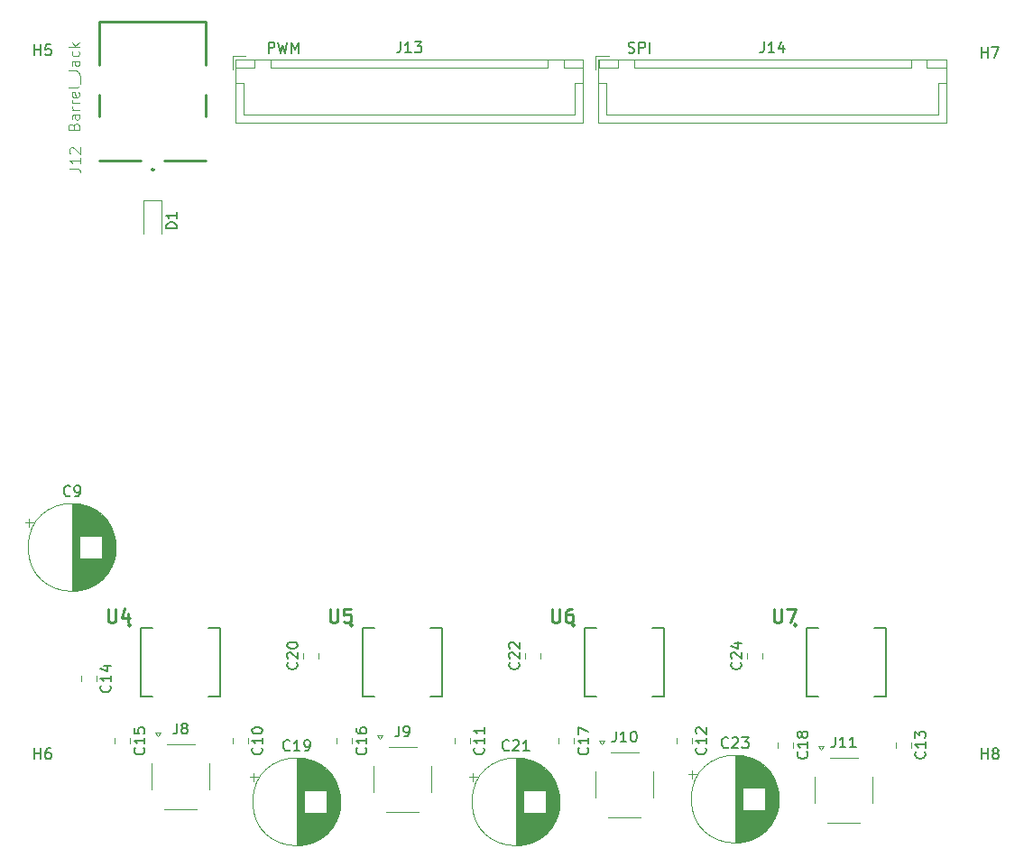
<source format=gto>
G04 #@! TF.GenerationSoftware,KiCad,Pcbnew,(5.1.5)-3*
G04 #@! TF.CreationDate,2020-03-16T21:32:30+01:00*
G04 #@! TF.ProjectId,motor,6d6f746f-722e-46b6-9963-61645f706362,rev?*
G04 #@! TF.SameCoordinates,Original*
G04 #@! TF.FileFunction,Legend,Top*
G04 #@! TF.FilePolarity,Positive*
%FSLAX46Y46*%
G04 Gerber Fmt 4.6, Leading zero omitted, Abs format (unit mm)*
G04 Created by KiCad (PCBNEW (5.1.5)-3) date 2020-03-16 21:32:30*
%MOMM*%
%LPD*%
G04 APERTURE LIST*
%ADD10C,0.150000*%
%ADD11C,0.254000*%
%ADD12C,0.120000*%
%ADD13C,0.250000*%
%ADD14C,0.200000*%
%ADD15C,0.050000*%
G04 APERTURE END LIST*
D10*
X122674190Y-38885761D02*
X122817047Y-38933380D01*
X123055142Y-38933380D01*
X123150380Y-38885761D01*
X123198000Y-38838142D01*
X123245619Y-38742904D01*
X123245619Y-38647666D01*
X123198000Y-38552428D01*
X123150380Y-38504809D01*
X123055142Y-38457190D01*
X122864666Y-38409571D01*
X122769428Y-38361952D01*
X122721809Y-38314333D01*
X122674190Y-38219095D01*
X122674190Y-38123857D01*
X122721809Y-38028619D01*
X122769428Y-37981000D01*
X122864666Y-37933380D01*
X123102761Y-37933380D01*
X123245619Y-37981000D01*
X123674190Y-38933380D02*
X123674190Y-37933380D01*
X124055142Y-37933380D01*
X124150380Y-37981000D01*
X124198000Y-38028619D01*
X124245619Y-38123857D01*
X124245619Y-38266714D01*
X124198000Y-38361952D01*
X124150380Y-38409571D01*
X124055142Y-38457190D01*
X123674190Y-38457190D01*
X124674190Y-38933380D02*
X124674190Y-37933380D01*
X88892238Y-38933380D02*
X88892238Y-37933380D01*
X89273190Y-37933380D01*
X89368428Y-37981000D01*
X89416047Y-38028619D01*
X89463666Y-38123857D01*
X89463666Y-38266714D01*
X89416047Y-38361952D01*
X89368428Y-38409571D01*
X89273190Y-38457190D01*
X88892238Y-38457190D01*
X89797000Y-37933380D02*
X90035095Y-38933380D01*
X90225571Y-38219095D01*
X90416047Y-38933380D01*
X90654142Y-37933380D01*
X91035095Y-38933380D02*
X91035095Y-37933380D01*
X91368428Y-38647666D01*
X91701761Y-37933380D01*
X91701761Y-38933380D01*
D11*
X78139000Y-49880500D02*
G75*
G03X78139000Y-49880500I-101000J0D01*
G01*
X72978000Y-42843500D02*
X72978000Y-44854500D01*
X82978000Y-42843500D02*
X82978000Y-44854500D01*
X72978000Y-49004500D02*
X76878000Y-49004500D01*
X82978000Y-49004500D02*
X79078000Y-49004500D01*
X72978000Y-36004500D02*
X72978000Y-40104500D01*
X82978000Y-36004500D02*
X82978000Y-40104500D01*
X72978000Y-36004500D02*
X82978000Y-36004500D01*
D12*
X74577000Y-85344000D02*
G75*
G03X74577000Y-85344000I-4120000J0D01*
G01*
X70457000Y-81264000D02*
X70457000Y-89424000D01*
X70497000Y-81264000D02*
X70497000Y-89424000D01*
X70537000Y-81264000D02*
X70537000Y-89424000D01*
X70577000Y-81265000D02*
X70577000Y-89423000D01*
X70617000Y-81267000D02*
X70617000Y-89421000D01*
X70657000Y-81268000D02*
X70657000Y-89420000D01*
X70697000Y-81270000D02*
X70697000Y-89418000D01*
X70737000Y-81273000D02*
X70737000Y-89415000D01*
X70777000Y-81276000D02*
X70777000Y-89412000D01*
X70817000Y-81279000D02*
X70817000Y-89409000D01*
X70857000Y-81283000D02*
X70857000Y-89405000D01*
X70897000Y-81287000D02*
X70897000Y-89401000D01*
X70937000Y-81292000D02*
X70937000Y-89396000D01*
X70977000Y-81296000D02*
X70977000Y-89392000D01*
X71017000Y-81302000D02*
X71017000Y-89386000D01*
X71057000Y-81307000D02*
X71057000Y-89381000D01*
X71097000Y-81314000D02*
X71097000Y-89374000D01*
X71137000Y-81320000D02*
X71137000Y-89368000D01*
X71178000Y-81327000D02*
X71178000Y-84304000D01*
X71178000Y-86384000D02*
X71178000Y-89361000D01*
X71218000Y-81334000D02*
X71218000Y-84304000D01*
X71218000Y-86384000D02*
X71218000Y-89354000D01*
X71258000Y-81342000D02*
X71258000Y-84304000D01*
X71258000Y-86384000D02*
X71258000Y-89346000D01*
X71298000Y-81350000D02*
X71298000Y-84304000D01*
X71298000Y-86384000D02*
X71298000Y-89338000D01*
X71338000Y-81359000D02*
X71338000Y-84304000D01*
X71338000Y-86384000D02*
X71338000Y-89329000D01*
X71378000Y-81368000D02*
X71378000Y-84304000D01*
X71378000Y-86384000D02*
X71378000Y-89320000D01*
X71418000Y-81377000D02*
X71418000Y-84304000D01*
X71418000Y-86384000D02*
X71418000Y-89311000D01*
X71458000Y-81387000D02*
X71458000Y-84304000D01*
X71458000Y-86384000D02*
X71458000Y-89301000D01*
X71498000Y-81397000D02*
X71498000Y-84304000D01*
X71498000Y-86384000D02*
X71498000Y-89291000D01*
X71538000Y-81408000D02*
X71538000Y-84304000D01*
X71538000Y-86384000D02*
X71538000Y-89280000D01*
X71578000Y-81419000D02*
X71578000Y-84304000D01*
X71578000Y-86384000D02*
X71578000Y-89269000D01*
X71618000Y-81430000D02*
X71618000Y-84304000D01*
X71618000Y-86384000D02*
X71618000Y-89258000D01*
X71658000Y-81442000D02*
X71658000Y-84304000D01*
X71658000Y-86384000D02*
X71658000Y-89246000D01*
X71698000Y-81455000D02*
X71698000Y-84304000D01*
X71698000Y-86384000D02*
X71698000Y-89233000D01*
X71738000Y-81467000D02*
X71738000Y-84304000D01*
X71738000Y-86384000D02*
X71738000Y-89221000D01*
X71778000Y-81481000D02*
X71778000Y-84304000D01*
X71778000Y-86384000D02*
X71778000Y-89207000D01*
X71818000Y-81494000D02*
X71818000Y-84304000D01*
X71818000Y-86384000D02*
X71818000Y-89194000D01*
X71858000Y-81509000D02*
X71858000Y-84304000D01*
X71858000Y-86384000D02*
X71858000Y-89179000D01*
X71898000Y-81523000D02*
X71898000Y-84304000D01*
X71898000Y-86384000D02*
X71898000Y-89165000D01*
X71938000Y-81539000D02*
X71938000Y-84304000D01*
X71938000Y-86384000D02*
X71938000Y-89149000D01*
X71978000Y-81554000D02*
X71978000Y-84304000D01*
X71978000Y-86384000D02*
X71978000Y-89134000D01*
X72018000Y-81570000D02*
X72018000Y-84304000D01*
X72018000Y-86384000D02*
X72018000Y-89118000D01*
X72058000Y-81587000D02*
X72058000Y-84304000D01*
X72058000Y-86384000D02*
X72058000Y-89101000D01*
X72098000Y-81604000D02*
X72098000Y-84304000D01*
X72098000Y-86384000D02*
X72098000Y-89084000D01*
X72138000Y-81622000D02*
X72138000Y-84304000D01*
X72138000Y-86384000D02*
X72138000Y-89066000D01*
X72178000Y-81640000D02*
X72178000Y-84304000D01*
X72178000Y-86384000D02*
X72178000Y-89048000D01*
X72218000Y-81658000D02*
X72218000Y-84304000D01*
X72218000Y-86384000D02*
X72218000Y-89030000D01*
X72258000Y-81678000D02*
X72258000Y-84304000D01*
X72258000Y-86384000D02*
X72258000Y-89010000D01*
X72298000Y-81697000D02*
X72298000Y-84304000D01*
X72298000Y-86384000D02*
X72298000Y-88991000D01*
X72338000Y-81717000D02*
X72338000Y-84304000D01*
X72338000Y-86384000D02*
X72338000Y-88971000D01*
X72378000Y-81738000D02*
X72378000Y-84304000D01*
X72378000Y-86384000D02*
X72378000Y-88950000D01*
X72418000Y-81760000D02*
X72418000Y-84304000D01*
X72418000Y-86384000D02*
X72418000Y-88928000D01*
X72458000Y-81782000D02*
X72458000Y-84304000D01*
X72458000Y-86384000D02*
X72458000Y-88906000D01*
X72498000Y-81804000D02*
X72498000Y-84304000D01*
X72498000Y-86384000D02*
X72498000Y-88884000D01*
X72538000Y-81827000D02*
X72538000Y-84304000D01*
X72538000Y-86384000D02*
X72538000Y-88861000D01*
X72578000Y-81851000D02*
X72578000Y-84304000D01*
X72578000Y-86384000D02*
X72578000Y-88837000D01*
X72618000Y-81875000D02*
X72618000Y-84304000D01*
X72618000Y-86384000D02*
X72618000Y-88813000D01*
X72658000Y-81900000D02*
X72658000Y-84304000D01*
X72658000Y-86384000D02*
X72658000Y-88788000D01*
X72698000Y-81926000D02*
X72698000Y-84304000D01*
X72698000Y-86384000D02*
X72698000Y-88762000D01*
X72738000Y-81952000D02*
X72738000Y-84304000D01*
X72738000Y-86384000D02*
X72738000Y-88736000D01*
X72778000Y-81979000D02*
X72778000Y-84304000D01*
X72778000Y-86384000D02*
X72778000Y-88709000D01*
X72818000Y-82006000D02*
X72818000Y-84304000D01*
X72818000Y-86384000D02*
X72818000Y-88682000D01*
X72858000Y-82035000D02*
X72858000Y-84304000D01*
X72858000Y-86384000D02*
X72858000Y-88653000D01*
X72898000Y-82064000D02*
X72898000Y-84304000D01*
X72898000Y-86384000D02*
X72898000Y-88624000D01*
X72938000Y-82094000D02*
X72938000Y-84304000D01*
X72938000Y-86384000D02*
X72938000Y-88594000D01*
X72978000Y-82124000D02*
X72978000Y-84304000D01*
X72978000Y-86384000D02*
X72978000Y-88564000D01*
X73018000Y-82155000D02*
X73018000Y-84304000D01*
X73018000Y-86384000D02*
X73018000Y-88533000D01*
X73058000Y-82188000D02*
X73058000Y-84304000D01*
X73058000Y-86384000D02*
X73058000Y-88500000D01*
X73098000Y-82220000D02*
X73098000Y-84304000D01*
X73098000Y-86384000D02*
X73098000Y-88468000D01*
X73138000Y-82254000D02*
X73138000Y-84304000D01*
X73138000Y-86384000D02*
X73138000Y-88434000D01*
X73178000Y-82289000D02*
X73178000Y-84304000D01*
X73178000Y-86384000D02*
X73178000Y-88399000D01*
X73218000Y-82325000D02*
X73218000Y-84304000D01*
X73218000Y-86384000D02*
X73218000Y-88363000D01*
X73258000Y-82361000D02*
X73258000Y-88327000D01*
X73298000Y-82399000D02*
X73298000Y-88289000D01*
X73338000Y-82437000D02*
X73338000Y-88251000D01*
X73378000Y-82477000D02*
X73378000Y-88211000D01*
X73418000Y-82518000D02*
X73418000Y-88170000D01*
X73458000Y-82560000D02*
X73458000Y-88128000D01*
X73498000Y-82603000D02*
X73498000Y-88085000D01*
X73538000Y-82647000D02*
X73538000Y-88041000D01*
X73578000Y-82693000D02*
X73578000Y-87995000D01*
X73618000Y-82740000D02*
X73618000Y-87948000D01*
X73658000Y-82788000D02*
X73658000Y-87900000D01*
X73698000Y-82839000D02*
X73698000Y-87849000D01*
X73738000Y-82890000D02*
X73738000Y-87798000D01*
X73778000Y-82944000D02*
X73778000Y-87744000D01*
X73818000Y-82999000D02*
X73818000Y-87689000D01*
X73858000Y-83057000D02*
X73858000Y-87631000D01*
X73898000Y-83116000D02*
X73898000Y-87572000D01*
X73938000Y-83178000D02*
X73938000Y-87510000D01*
X73978000Y-83242000D02*
X73978000Y-87446000D01*
X74018000Y-83310000D02*
X74018000Y-87378000D01*
X74058000Y-83380000D02*
X74058000Y-87308000D01*
X74098000Y-83454000D02*
X74098000Y-87234000D01*
X74138000Y-83531000D02*
X74138000Y-87157000D01*
X74178000Y-83613000D02*
X74178000Y-87075000D01*
X74218000Y-83699000D02*
X74218000Y-86989000D01*
X74258000Y-83792000D02*
X74258000Y-86896000D01*
X74298000Y-83891000D02*
X74298000Y-86797000D01*
X74338000Y-83998000D02*
X74338000Y-86690000D01*
X74378000Y-84115000D02*
X74378000Y-86573000D01*
X74418000Y-84246000D02*
X74418000Y-86442000D01*
X74458000Y-84396000D02*
X74458000Y-86292000D01*
X74498000Y-84576000D02*
X74498000Y-86112000D01*
X74538000Y-84811000D02*
X74538000Y-85877000D01*
X66047302Y-83029000D02*
X66847302Y-83029000D01*
X66447302Y-82629000D02*
X66447302Y-83429000D01*
X85523000Y-103252748D02*
X85523000Y-103775252D01*
X86943000Y-103252748D02*
X86943000Y-103775252D01*
X106351000Y-103252748D02*
X106351000Y-103775252D01*
X107771000Y-103252748D02*
X107771000Y-103775252D01*
X127179000Y-103243748D02*
X127179000Y-103766252D01*
X128599000Y-103243748D02*
X128599000Y-103766252D01*
X149173000Y-103624748D02*
X149173000Y-104147252D01*
X147753000Y-103624748D02*
X147753000Y-104147252D01*
X72719000Y-97401748D02*
X72719000Y-97924252D01*
X71299000Y-97401748D02*
X71299000Y-97924252D01*
X75894000Y-103243748D02*
X75894000Y-103766252D01*
X74474000Y-103243748D02*
X74474000Y-103766252D01*
X96722000Y-103243748D02*
X96722000Y-103766252D01*
X95302000Y-103243748D02*
X95302000Y-103766252D01*
X117550000Y-103243748D02*
X117550000Y-103766252D01*
X116130000Y-103243748D02*
X116130000Y-103766252D01*
X138124000Y-103624748D02*
X138124000Y-104147252D01*
X136704000Y-103624748D02*
X136704000Y-104147252D01*
X87529302Y-106505000D02*
X87529302Y-107305000D01*
X87129302Y-106905000D02*
X87929302Y-106905000D01*
X95620000Y-108687000D02*
X95620000Y-109753000D01*
X95580000Y-108452000D02*
X95580000Y-109988000D01*
X95540000Y-108272000D02*
X95540000Y-110168000D01*
X95500000Y-108122000D02*
X95500000Y-110318000D01*
X95460000Y-107991000D02*
X95460000Y-110449000D01*
X95420000Y-107874000D02*
X95420000Y-110566000D01*
X95380000Y-107767000D02*
X95380000Y-110673000D01*
X95340000Y-107668000D02*
X95340000Y-110772000D01*
X95300000Y-107575000D02*
X95300000Y-110865000D01*
X95260000Y-107489000D02*
X95260000Y-110951000D01*
X95220000Y-107407000D02*
X95220000Y-111033000D01*
X95180000Y-107330000D02*
X95180000Y-111110000D01*
X95140000Y-107256000D02*
X95140000Y-111184000D01*
X95100000Y-107186000D02*
X95100000Y-111254000D01*
X95060000Y-107118000D02*
X95060000Y-111322000D01*
X95020000Y-107054000D02*
X95020000Y-111386000D01*
X94980000Y-106992000D02*
X94980000Y-111448000D01*
X94940000Y-106933000D02*
X94940000Y-111507000D01*
X94900000Y-106875000D02*
X94900000Y-111565000D01*
X94860000Y-106820000D02*
X94860000Y-111620000D01*
X94820000Y-106766000D02*
X94820000Y-111674000D01*
X94780000Y-106715000D02*
X94780000Y-111725000D01*
X94740000Y-106664000D02*
X94740000Y-111776000D01*
X94700000Y-106616000D02*
X94700000Y-111824000D01*
X94660000Y-106569000D02*
X94660000Y-111871000D01*
X94620000Y-106523000D02*
X94620000Y-111917000D01*
X94580000Y-106479000D02*
X94580000Y-111961000D01*
X94540000Y-106436000D02*
X94540000Y-112004000D01*
X94500000Y-106394000D02*
X94500000Y-112046000D01*
X94460000Y-106353000D02*
X94460000Y-112087000D01*
X94420000Y-106313000D02*
X94420000Y-112127000D01*
X94380000Y-106275000D02*
X94380000Y-112165000D01*
X94340000Y-106237000D02*
X94340000Y-112203000D01*
X94300000Y-110260000D02*
X94300000Y-112239000D01*
X94300000Y-106201000D02*
X94300000Y-108180000D01*
X94260000Y-110260000D02*
X94260000Y-112275000D01*
X94260000Y-106165000D02*
X94260000Y-108180000D01*
X94220000Y-110260000D02*
X94220000Y-112310000D01*
X94220000Y-106130000D02*
X94220000Y-108180000D01*
X94180000Y-110260000D02*
X94180000Y-112344000D01*
X94180000Y-106096000D02*
X94180000Y-108180000D01*
X94140000Y-110260000D02*
X94140000Y-112376000D01*
X94140000Y-106064000D02*
X94140000Y-108180000D01*
X94100000Y-110260000D02*
X94100000Y-112409000D01*
X94100000Y-106031000D02*
X94100000Y-108180000D01*
X94060000Y-110260000D02*
X94060000Y-112440000D01*
X94060000Y-106000000D02*
X94060000Y-108180000D01*
X94020000Y-110260000D02*
X94020000Y-112470000D01*
X94020000Y-105970000D02*
X94020000Y-108180000D01*
X93980000Y-110260000D02*
X93980000Y-112500000D01*
X93980000Y-105940000D02*
X93980000Y-108180000D01*
X93940000Y-110260000D02*
X93940000Y-112529000D01*
X93940000Y-105911000D02*
X93940000Y-108180000D01*
X93900000Y-110260000D02*
X93900000Y-112558000D01*
X93900000Y-105882000D02*
X93900000Y-108180000D01*
X93860000Y-110260000D02*
X93860000Y-112585000D01*
X93860000Y-105855000D02*
X93860000Y-108180000D01*
X93820000Y-110260000D02*
X93820000Y-112612000D01*
X93820000Y-105828000D02*
X93820000Y-108180000D01*
X93780000Y-110260000D02*
X93780000Y-112638000D01*
X93780000Y-105802000D02*
X93780000Y-108180000D01*
X93740000Y-110260000D02*
X93740000Y-112664000D01*
X93740000Y-105776000D02*
X93740000Y-108180000D01*
X93700000Y-110260000D02*
X93700000Y-112689000D01*
X93700000Y-105751000D02*
X93700000Y-108180000D01*
X93660000Y-110260000D02*
X93660000Y-112713000D01*
X93660000Y-105727000D02*
X93660000Y-108180000D01*
X93620000Y-110260000D02*
X93620000Y-112737000D01*
X93620000Y-105703000D02*
X93620000Y-108180000D01*
X93580000Y-110260000D02*
X93580000Y-112760000D01*
X93580000Y-105680000D02*
X93580000Y-108180000D01*
X93540000Y-110260000D02*
X93540000Y-112782000D01*
X93540000Y-105658000D02*
X93540000Y-108180000D01*
X93500000Y-110260000D02*
X93500000Y-112804000D01*
X93500000Y-105636000D02*
X93500000Y-108180000D01*
X93460000Y-110260000D02*
X93460000Y-112826000D01*
X93460000Y-105614000D02*
X93460000Y-108180000D01*
X93420000Y-110260000D02*
X93420000Y-112847000D01*
X93420000Y-105593000D02*
X93420000Y-108180000D01*
X93380000Y-110260000D02*
X93380000Y-112867000D01*
X93380000Y-105573000D02*
X93380000Y-108180000D01*
X93340000Y-110260000D02*
X93340000Y-112886000D01*
X93340000Y-105554000D02*
X93340000Y-108180000D01*
X93300000Y-110260000D02*
X93300000Y-112906000D01*
X93300000Y-105534000D02*
X93300000Y-108180000D01*
X93260000Y-110260000D02*
X93260000Y-112924000D01*
X93260000Y-105516000D02*
X93260000Y-108180000D01*
X93220000Y-110260000D02*
X93220000Y-112942000D01*
X93220000Y-105498000D02*
X93220000Y-108180000D01*
X93180000Y-110260000D02*
X93180000Y-112960000D01*
X93180000Y-105480000D02*
X93180000Y-108180000D01*
X93140000Y-110260000D02*
X93140000Y-112977000D01*
X93140000Y-105463000D02*
X93140000Y-108180000D01*
X93100000Y-110260000D02*
X93100000Y-112994000D01*
X93100000Y-105446000D02*
X93100000Y-108180000D01*
X93060000Y-110260000D02*
X93060000Y-113010000D01*
X93060000Y-105430000D02*
X93060000Y-108180000D01*
X93020000Y-110260000D02*
X93020000Y-113025000D01*
X93020000Y-105415000D02*
X93020000Y-108180000D01*
X92980000Y-110260000D02*
X92980000Y-113041000D01*
X92980000Y-105399000D02*
X92980000Y-108180000D01*
X92940000Y-110260000D02*
X92940000Y-113055000D01*
X92940000Y-105385000D02*
X92940000Y-108180000D01*
X92900000Y-110260000D02*
X92900000Y-113070000D01*
X92900000Y-105370000D02*
X92900000Y-108180000D01*
X92860000Y-110260000D02*
X92860000Y-113083000D01*
X92860000Y-105357000D02*
X92860000Y-108180000D01*
X92820000Y-110260000D02*
X92820000Y-113097000D01*
X92820000Y-105343000D02*
X92820000Y-108180000D01*
X92780000Y-110260000D02*
X92780000Y-113109000D01*
X92780000Y-105331000D02*
X92780000Y-108180000D01*
X92740000Y-110260000D02*
X92740000Y-113122000D01*
X92740000Y-105318000D02*
X92740000Y-108180000D01*
X92700000Y-110260000D02*
X92700000Y-113134000D01*
X92700000Y-105306000D02*
X92700000Y-108180000D01*
X92660000Y-110260000D02*
X92660000Y-113145000D01*
X92660000Y-105295000D02*
X92660000Y-108180000D01*
X92620000Y-110260000D02*
X92620000Y-113156000D01*
X92620000Y-105284000D02*
X92620000Y-108180000D01*
X92580000Y-110260000D02*
X92580000Y-113167000D01*
X92580000Y-105273000D02*
X92580000Y-108180000D01*
X92540000Y-110260000D02*
X92540000Y-113177000D01*
X92540000Y-105263000D02*
X92540000Y-108180000D01*
X92500000Y-110260000D02*
X92500000Y-113187000D01*
X92500000Y-105253000D02*
X92500000Y-108180000D01*
X92460000Y-110260000D02*
X92460000Y-113196000D01*
X92460000Y-105244000D02*
X92460000Y-108180000D01*
X92420000Y-110260000D02*
X92420000Y-113205000D01*
X92420000Y-105235000D02*
X92420000Y-108180000D01*
X92380000Y-110260000D02*
X92380000Y-113214000D01*
X92380000Y-105226000D02*
X92380000Y-108180000D01*
X92340000Y-110260000D02*
X92340000Y-113222000D01*
X92340000Y-105218000D02*
X92340000Y-108180000D01*
X92300000Y-110260000D02*
X92300000Y-113230000D01*
X92300000Y-105210000D02*
X92300000Y-108180000D01*
X92260000Y-110260000D02*
X92260000Y-113237000D01*
X92260000Y-105203000D02*
X92260000Y-108180000D01*
X92219000Y-105196000D02*
X92219000Y-113244000D01*
X92179000Y-105190000D02*
X92179000Y-113250000D01*
X92139000Y-105183000D02*
X92139000Y-113257000D01*
X92099000Y-105178000D02*
X92099000Y-113262000D01*
X92059000Y-105172000D02*
X92059000Y-113268000D01*
X92019000Y-105168000D02*
X92019000Y-113272000D01*
X91979000Y-105163000D02*
X91979000Y-113277000D01*
X91939000Y-105159000D02*
X91939000Y-113281000D01*
X91899000Y-105155000D02*
X91899000Y-113285000D01*
X91859000Y-105152000D02*
X91859000Y-113288000D01*
X91819000Y-105149000D02*
X91819000Y-113291000D01*
X91779000Y-105146000D02*
X91779000Y-113294000D01*
X91739000Y-105144000D02*
X91739000Y-113296000D01*
X91699000Y-105143000D02*
X91699000Y-113297000D01*
X91659000Y-105141000D02*
X91659000Y-113299000D01*
X91619000Y-105140000D02*
X91619000Y-113300000D01*
X91579000Y-105140000D02*
X91579000Y-113300000D01*
X91539000Y-105140000D02*
X91539000Y-113300000D01*
X95659000Y-109220000D02*
G75*
G03X95659000Y-109220000I-4120000J0D01*
G01*
X93547000Y-95765252D02*
X93547000Y-95242748D01*
X92127000Y-95765252D02*
X92127000Y-95242748D01*
X116233000Y-109220000D02*
G75*
G03X116233000Y-109220000I-4120000J0D01*
G01*
X112113000Y-105140000D02*
X112113000Y-113300000D01*
X112153000Y-105140000D02*
X112153000Y-113300000D01*
X112193000Y-105140000D02*
X112193000Y-113300000D01*
X112233000Y-105141000D02*
X112233000Y-113299000D01*
X112273000Y-105143000D02*
X112273000Y-113297000D01*
X112313000Y-105144000D02*
X112313000Y-113296000D01*
X112353000Y-105146000D02*
X112353000Y-113294000D01*
X112393000Y-105149000D02*
X112393000Y-113291000D01*
X112433000Y-105152000D02*
X112433000Y-113288000D01*
X112473000Y-105155000D02*
X112473000Y-113285000D01*
X112513000Y-105159000D02*
X112513000Y-113281000D01*
X112553000Y-105163000D02*
X112553000Y-113277000D01*
X112593000Y-105168000D02*
X112593000Y-113272000D01*
X112633000Y-105172000D02*
X112633000Y-113268000D01*
X112673000Y-105178000D02*
X112673000Y-113262000D01*
X112713000Y-105183000D02*
X112713000Y-113257000D01*
X112753000Y-105190000D02*
X112753000Y-113250000D01*
X112793000Y-105196000D02*
X112793000Y-113244000D01*
X112834000Y-105203000D02*
X112834000Y-108180000D01*
X112834000Y-110260000D02*
X112834000Y-113237000D01*
X112874000Y-105210000D02*
X112874000Y-108180000D01*
X112874000Y-110260000D02*
X112874000Y-113230000D01*
X112914000Y-105218000D02*
X112914000Y-108180000D01*
X112914000Y-110260000D02*
X112914000Y-113222000D01*
X112954000Y-105226000D02*
X112954000Y-108180000D01*
X112954000Y-110260000D02*
X112954000Y-113214000D01*
X112994000Y-105235000D02*
X112994000Y-108180000D01*
X112994000Y-110260000D02*
X112994000Y-113205000D01*
X113034000Y-105244000D02*
X113034000Y-108180000D01*
X113034000Y-110260000D02*
X113034000Y-113196000D01*
X113074000Y-105253000D02*
X113074000Y-108180000D01*
X113074000Y-110260000D02*
X113074000Y-113187000D01*
X113114000Y-105263000D02*
X113114000Y-108180000D01*
X113114000Y-110260000D02*
X113114000Y-113177000D01*
X113154000Y-105273000D02*
X113154000Y-108180000D01*
X113154000Y-110260000D02*
X113154000Y-113167000D01*
X113194000Y-105284000D02*
X113194000Y-108180000D01*
X113194000Y-110260000D02*
X113194000Y-113156000D01*
X113234000Y-105295000D02*
X113234000Y-108180000D01*
X113234000Y-110260000D02*
X113234000Y-113145000D01*
X113274000Y-105306000D02*
X113274000Y-108180000D01*
X113274000Y-110260000D02*
X113274000Y-113134000D01*
X113314000Y-105318000D02*
X113314000Y-108180000D01*
X113314000Y-110260000D02*
X113314000Y-113122000D01*
X113354000Y-105331000D02*
X113354000Y-108180000D01*
X113354000Y-110260000D02*
X113354000Y-113109000D01*
X113394000Y-105343000D02*
X113394000Y-108180000D01*
X113394000Y-110260000D02*
X113394000Y-113097000D01*
X113434000Y-105357000D02*
X113434000Y-108180000D01*
X113434000Y-110260000D02*
X113434000Y-113083000D01*
X113474000Y-105370000D02*
X113474000Y-108180000D01*
X113474000Y-110260000D02*
X113474000Y-113070000D01*
X113514000Y-105385000D02*
X113514000Y-108180000D01*
X113514000Y-110260000D02*
X113514000Y-113055000D01*
X113554000Y-105399000D02*
X113554000Y-108180000D01*
X113554000Y-110260000D02*
X113554000Y-113041000D01*
X113594000Y-105415000D02*
X113594000Y-108180000D01*
X113594000Y-110260000D02*
X113594000Y-113025000D01*
X113634000Y-105430000D02*
X113634000Y-108180000D01*
X113634000Y-110260000D02*
X113634000Y-113010000D01*
X113674000Y-105446000D02*
X113674000Y-108180000D01*
X113674000Y-110260000D02*
X113674000Y-112994000D01*
X113714000Y-105463000D02*
X113714000Y-108180000D01*
X113714000Y-110260000D02*
X113714000Y-112977000D01*
X113754000Y-105480000D02*
X113754000Y-108180000D01*
X113754000Y-110260000D02*
X113754000Y-112960000D01*
X113794000Y-105498000D02*
X113794000Y-108180000D01*
X113794000Y-110260000D02*
X113794000Y-112942000D01*
X113834000Y-105516000D02*
X113834000Y-108180000D01*
X113834000Y-110260000D02*
X113834000Y-112924000D01*
X113874000Y-105534000D02*
X113874000Y-108180000D01*
X113874000Y-110260000D02*
X113874000Y-112906000D01*
X113914000Y-105554000D02*
X113914000Y-108180000D01*
X113914000Y-110260000D02*
X113914000Y-112886000D01*
X113954000Y-105573000D02*
X113954000Y-108180000D01*
X113954000Y-110260000D02*
X113954000Y-112867000D01*
X113994000Y-105593000D02*
X113994000Y-108180000D01*
X113994000Y-110260000D02*
X113994000Y-112847000D01*
X114034000Y-105614000D02*
X114034000Y-108180000D01*
X114034000Y-110260000D02*
X114034000Y-112826000D01*
X114074000Y-105636000D02*
X114074000Y-108180000D01*
X114074000Y-110260000D02*
X114074000Y-112804000D01*
X114114000Y-105658000D02*
X114114000Y-108180000D01*
X114114000Y-110260000D02*
X114114000Y-112782000D01*
X114154000Y-105680000D02*
X114154000Y-108180000D01*
X114154000Y-110260000D02*
X114154000Y-112760000D01*
X114194000Y-105703000D02*
X114194000Y-108180000D01*
X114194000Y-110260000D02*
X114194000Y-112737000D01*
X114234000Y-105727000D02*
X114234000Y-108180000D01*
X114234000Y-110260000D02*
X114234000Y-112713000D01*
X114274000Y-105751000D02*
X114274000Y-108180000D01*
X114274000Y-110260000D02*
X114274000Y-112689000D01*
X114314000Y-105776000D02*
X114314000Y-108180000D01*
X114314000Y-110260000D02*
X114314000Y-112664000D01*
X114354000Y-105802000D02*
X114354000Y-108180000D01*
X114354000Y-110260000D02*
X114354000Y-112638000D01*
X114394000Y-105828000D02*
X114394000Y-108180000D01*
X114394000Y-110260000D02*
X114394000Y-112612000D01*
X114434000Y-105855000D02*
X114434000Y-108180000D01*
X114434000Y-110260000D02*
X114434000Y-112585000D01*
X114474000Y-105882000D02*
X114474000Y-108180000D01*
X114474000Y-110260000D02*
X114474000Y-112558000D01*
X114514000Y-105911000D02*
X114514000Y-108180000D01*
X114514000Y-110260000D02*
X114514000Y-112529000D01*
X114554000Y-105940000D02*
X114554000Y-108180000D01*
X114554000Y-110260000D02*
X114554000Y-112500000D01*
X114594000Y-105970000D02*
X114594000Y-108180000D01*
X114594000Y-110260000D02*
X114594000Y-112470000D01*
X114634000Y-106000000D02*
X114634000Y-108180000D01*
X114634000Y-110260000D02*
X114634000Y-112440000D01*
X114674000Y-106031000D02*
X114674000Y-108180000D01*
X114674000Y-110260000D02*
X114674000Y-112409000D01*
X114714000Y-106064000D02*
X114714000Y-108180000D01*
X114714000Y-110260000D02*
X114714000Y-112376000D01*
X114754000Y-106096000D02*
X114754000Y-108180000D01*
X114754000Y-110260000D02*
X114754000Y-112344000D01*
X114794000Y-106130000D02*
X114794000Y-108180000D01*
X114794000Y-110260000D02*
X114794000Y-112310000D01*
X114834000Y-106165000D02*
X114834000Y-108180000D01*
X114834000Y-110260000D02*
X114834000Y-112275000D01*
X114874000Y-106201000D02*
X114874000Y-108180000D01*
X114874000Y-110260000D02*
X114874000Y-112239000D01*
X114914000Y-106237000D02*
X114914000Y-112203000D01*
X114954000Y-106275000D02*
X114954000Y-112165000D01*
X114994000Y-106313000D02*
X114994000Y-112127000D01*
X115034000Y-106353000D02*
X115034000Y-112087000D01*
X115074000Y-106394000D02*
X115074000Y-112046000D01*
X115114000Y-106436000D02*
X115114000Y-112004000D01*
X115154000Y-106479000D02*
X115154000Y-111961000D01*
X115194000Y-106523000D02*
X115194000Y-111917000D01*
X115234000Y-106569000D02*
X115234000Y-111871000D01*
X115274000Y-106616000D02*
X115274000Y-111824000D01*
X115314000Y-106664000D02*
X115314000Y-111776000D01*
X115354000Y-106715000D02*
X115354000Y-111725000D01*
X115394000Y-106766000D02*
X115394000Y-111674000D01*
X115434000Y-106820000D02*
X115434000Y-111620000D01*
X115474000Y-106875000D02*
X115474000Y-111565000D01*
X115514000Y-106933000D02*
X115514000Y-111507000D01*
X115554000Y-106992000D02*
X115554000Y-111448000D01*
X115594000Y-107054000D02*
X115594000Y-111386000D01*
X115634000Y-107118000D02*
X115634000Y-111322000D01*
X115674000Y-107186000D02*
X115674000Y-111254000D01*
X115714000Y-107256000D02*
X115714000Y-111184000D01*
X115754000Y-107330000D02*
X115754000Y-111110000D01*
X115794000Y-107407000D02*
X115794000Y-111033000D01*
X115834000Y-107489000D02*
X115834000Y-110951000D01*
X115874000Y-107575000D02*
X115874000Y-110865000D01*
X115914000Y-107668000D02*
X115914000Y-110772000D01*
X115954000Y-107767000D02*
X115954000Y-110673000D01*
X115994000Y-107874000D02*
X115994000Y-110566000D01*
X116034000Y-107991000D02*
X116034000Y-110449000D01*
X116074000Y-108122000D02*
X116074000Y-110318000D01*
X116114000Y-108272000D02*
X116114000Y-110168000D01*
X116154000Y-108452000D02*
X116154000Y-109988000D01*
X116194000Y-108687000D02*
X116194000Y-109753000D01*
X107703302Y-106905000D02*
X108503302Y-106905000D01*
X108103302Y-106505000D02*
X108103302Y-107305000D01*
X112955000Y-95765252D02*
X112955000Y-95242748D01*
X114375000Y-95765252D02*
X114375000Y-95242748D01*
X128677302Y-106251000D02*
X128677302Y-107051000D01*
X128277302Y-106651000D02*
X129077302Y-106651000D01*
X136768000Y-108433000D02*
X136768000Y-109499000D01*
X136728000Y-108198000D02*
X136728000Y-109734000D01*
X136688000Y-108018000D02*
X136688000Y-109914000D01*
X136648000Y-107868000D02*
X136648000Y-110064000D01*
X136608000Y-107737000D02*
X136608000Y-110195000D01*
X136568000Y-107620000D02*
X136568000Y-110312000D01*
X136528000Y-107513000D02*
X136528000Y-110419000D01*
X136488000Y-107414000D02*
X136488000Y-110518000D01*
X136448000Y-107321000D02*
X136448000Y-110611000D01*
X136408000Y-107235000D02*
X136408000Y-110697000D01*
X136368000Y-107153000D02*
X136368000Y-110779000D01*
X136328000Y-107076000D02*
X136328000Y-110856000D01*
X136288000Y-107002000D02*
X136288000Y-110930000D01*
X136248000Y-106932000D02*
X136248000Y-111000000D01*
X136208000Y-106864000D02*
X136208000Y-111068000D01*
X136168000Y-106800000D02*
X136168000Y-111132000D01*
X136128000Y-106738000D02*
X136128000Y-111194000D01*
X136088000Y-106679000D02*
X136088000Y-111253000D01*
X136048000Y-106621000D02*
X136048000Y-111311000D01*
X136008000Y-106566000D02*
X136008000Y-111366000D01*
X135968000Y-106512000D02*
X135968000Y-111420000D01*
X135928000Y-106461000D02*
X135928000Y-111471000D01*
X135888000Y-106410000D02*
X135888000Y-111522000D01*
X135848000Y-106362000D02*
X135848000Y-111570000D01*
X135808000Y-106315000D02*
X135808000Y-111617000D01*
X135768000Y-106269000D02*
X135768000Y-111663000D01*
X135728000Y-106225000D02*
X135728000Y-111707000D01*
X135688000Y-106182000D02*
X135688000Y-111750000D01*
X135648000Y-106140000D02*
X135648000Y-111792000D01*
X135608000Y-106099000D02*
X135608000Y-111833000D01*
X135568000Y-106059000D02*
X135568000Y-111873000D01*
X135528000Y-106021000D02*
X135528000Y-111911000D01*
X135488000Y-105983000D02*
X135488000Y-111949000D01*
X135448000Y-110006000D02*
X135448000Y-111985000D01*
X135448000Y-105947000D02*
X135448000Y-107926000D01*
X135408000Y-110006000D02*
X135408000Y-112021000D01*
X135408000Y-105911000D02*
X135408000Y-107926000D01*
X135368000Y-110006000D02*
X135368000Y-112056000D01*
X135368000Y-105876000D02*
X135368000Y-107926000D01*
X135328000Y-110006000D02*
X135328000Y-112090000D01*
X135328000Y-105842000D02*
X135328000Y-107926000D01*
X135288000Y-110006000D02*
X135288000Y-112122000D01*
X135288000Y-105810000D02*
X135288000Y-107926000D01*
X135248000Y-110006000D02*
X135248000Y-112155000D01*
X135248000Y-105777000D02*
X135248000Y-107926000D01*
X135208000Y-110006000D02*
X135208000Y-112186000D01*
X135208000Y-105746000D02*
X135208000Y-107926000D01*
X135168000Y-110006000D02*
X135168000Y-112216000D01*
X135168000Y-105716000D02*
X135168000Y-107926000D01*
X135128000Y-110006000D02*
X135128000Y-112246000D01*
X135128000Y-105686000D02*
X135128000Y-107926000D01*
X135088000Y-110006000D02*
X135088000Y-112275000D01*
X135088000Y-105657000D02*
X135088000Y-107926000D01*
X135048000Y-110006000D02*
X135048000Y-112304000D01*
X135048000Y-105628000D02*
X135048000Y-107926000D01*
X135008000Y-110006000D02*
X135008000Y-112331000D01*
X135008000Y-105601000D02*
X135008000Y-107926000D01*
X134968000Y-110006000D02*
X134968000Y-112358000D01*
X134968000Y-105574000D02*
X134968000Y-107926000D01*
X134928000Y-110006000D02*
X134928000Y-112384000D01*
X134928000Y-105548000D02*
X134928000Y-107926000D01*
X134888000Y-110006000D02*
X134888000Y-112410000D01*
X134888000Y-105522000D02*
X134888000Y-107926000D01*
X134848000Y-110006000D02*
X134848000Y-112435000D01*
X134848000Y-105497000D02*
X134848000Y-107926000D01*
X134808000Y-110006000D02*
X134808000Y-112459000D01*
X134808000Y-105473000D02*
X134808000Y-107926000D01*
X134768000Y-110006000D02*
X134768000Y-112483000D01*
X134768000Y-105449000D02*
X134768000Y-107926000D01*
X134728000Y-110006000D02*
X134728000Y-112506000D01*
X134728000Y-105426000D02*
X134728000Y-107926000D01*
X134688000Y-110006000D02*
X134688000Y-112528000D01*
X134688000Y-105404000D02*
X134688000Y-107926000D01*
X134648000Y-110006000D02*
X134648000Y-112550000D01*
X134648000Y-105382000D02*
X134648000Y-107926000D01*
X134608000Y-110006000D02*
X134608000Y-112572000D01*
X134608000Y-105360000D02*
X134608000Y-107926000D01*
X134568000Y-110006000D02*
X134568000Y-112593000D01*
X134568000Y-105339000D02*
X134568000Y-107926000D01*
X134528000Y-110006000D02*
X134528000Y-112613000D01*
X134528000Y-105319000D02*
X134528000Y-107926000D01*
X134488000Y-110006000D02*
X134488000Y-112632000D01*
X134488000Y-105300000D02*
X134488000Y-107926000D01*
X134448000Y-110006000D02*
X134448000Y-112652000D01*
X134448000Y-105280000D02*
X134448000Y-107926000D01*
X134408000Y-110006000D02*
X134408000Y-112670000D01*
X134408000Y-105262000D02*
X134408000Y-107926000D01*
X134368000Y-110006000D02*
X134368000Y-112688000D01*
X134368000Y-105244000D02*
X134368000Y-107926000D01*
X134328000Y-110006000D02*
X134328000Y-112706000D01*
X134328000Y-105226000D02*
X134328000Y-107926000D01*
X134288000Y-110006000D02*
X134288000Y-112723000D01*
X134288000Y-105209000D02*
X134288000Y-107926000D01*
X134248000Y-110006000D02*
X134248000Y-112740000D01*
X134248000Y-105192000D02*
X134248000Y-107926000D01*
X134208000Y-110006000D02*
X134208000Y-112756000D01*
X134208000Y-105176000D02*
X134208000Y-107926000D01*
X134168000Y-110006000D02*
X134168000Y-112771000D01*
X134168000Y-105161000D02*
X134168000Y-107926000D01*
X134128000Y-110006000D02*
X134128000Y-112787000D01*
X134128000Y-105145000D02*
X134128000Y-107926000D01*
X134088000Y-110006000D02*
X134088000Y-112801000D01*
X134088000Y-105131000D02*
X134088000Y-107926000D01*
X134048000Y-110006000D02*
X134048000Y-112816000D01*
X134048000Y-105116000D02*
X134048000Y-107926000D01*
X134008000Y-110006000D02*
X134008000Y-112829000D01*
X134008000Y-105103000D02*
X134008000Y-107926000D01*
X133968000Y-110006000D02*
X133968000Y-112843000D01*
X133968000Y-105089000D02*
X133968000Y-107926000D01*
X133928000Y-110006000D02*
X133928000Y-112855000D01*
X133928000Y-105077000D02*
X133928000Y-107926000D01*
X133888000Y-110006000D02*
X133888000Y-112868000D01*
X133888000Y-105064000D02*
X133888000Y-107926000D01*
X133848000Y-110006000D02*
X133848000Y-112880000D01*
X133848000Y-105052000D02*
X133848000Y-107926000D01*
X133808000Y-110006000D02*
X133808000Y-112891000D01*
X133808000Y-105041000D02*
X133808000Y-107926000D01*
X133768000Y-110006000D02*
X133768000Y-112902000D01*
X133768000Y-105030000D02*
X133768000Y-107926000D01*
X133728000Y-110006000D02*
X133728000Y-112913000D01*
X133728000Y-105019000D02*
X133728000Y-107926000D01*
X133688000Y-110006000D02*
X133688000Y-112923000D01*
X133688000Y-105009000D02*
X133688000Y-107926000D01*
X133648000Y-110006000D02*
X133648000Y-112933000D01*
X133648000Y-104999000D02*
X133648000Y-107926000D01*
X133608000Y-110006000D02*
X133608000Y-112942000D01*
X133608000Y-104990000D02*
X133608000Y-107926000D01*
X133568000Y-110006000D02*
X133568000Y-112951000D01*
X133568000Y-104981000D02*
X133568000Y-107926000D01*
X133528000Y-110006000D02*
X133528000Y-112960000D01*
X133528000Y-104972000D02*
X133528000Y-107926000D01*
X133488000Y-110006000D02*
X133488000Y-112968000D01*
X133488000Y-104964000D02*
X133488000Y-107926000D01*
X133448000Y-110006000D02*
X133448000Y-112976000D01*
X133448000Y-104956000D02*
X133448000Y-107926000D01*
X133408000Y-110006000D02*
X133408000Y-112983000D01*
X133408000Y-104949000D02*
X133408000Y-107926000D01*
X133367000Y-104942000D02*
X133367000Y-112990000D01*
X133327000Y-104936000D02*
X133327000Y-112996000D01*
X133287000Y-104929000D02*
X133287000Y-113003000D01*
X133247000Y-104924000D02*
X133247000Y-113008000D01*
X133207000Y-104918000D02*
X133207000Y-113014000D01*
X133167000Y-104914000D02*
X133167000Y-113018000D01*
X133127000Y-104909000D02*
X133127000Y-113023000D01*
X133087000Y-104905000D02*
X133087000Y-113027000D01*
X133047000Y-104901000D02*
X133047000Y-113031000D01*
X133007000Y-104898000D02*
X133007000Y-113034000D01*
X132967000Y-104895000D02*
X132967000Y-113037000D01*
X132927000Y-104892000D02*
X132927000Y-113040000D01*
X132887000Y-104890000D02*
X132887000Y-113042000D01*
X132847000Y-104889000D02*
X132847000Y-113043000D01*
X132807000Y-104887000D02*
X132807000Y-113045000D01*
X132767000Y-104886000D02*
X132767000Y-113046000D01*
X132727000Y-104886000D02*
X132727000Y-113046000D01*
X132687000Y-104886000D02*
X132687000Y-113046000D01*
X136807000Y-108966000D02*
G75*
G03X136807000Y-108966000I-4120000J0D01*
G01*
X135203000Y-95765252D02*
X135203000Y-95242748D01*
X133783000Y-95765252D02*
X133783000Y-95242748D01*
X78828000Y-52773500D02*
X77128000Y-52773500D01*
X77128000Y-52773500D02*
X77128000Y-55923500D01*
X78828000Y-52773500D02*
X78828000Y-55923500D01*
X78795000Y-102733447D02*
X78295000Y-102733447D01*
X78545000Y-103087000D02*
X78795000Y-102733447D01*
X78295000Y-102733447D02*
X78545000Y-103087000D01*
X83355000Y-105642000D02*
X83355000Y-108022000D01*
X77935000Y-105642000D02*
X77935000Y-108022000D01*
X79130000Y-109942000D02*
X82160000Y-109942000D01*
X79330000Y-103822000D02*
X81960000Y-103822000D01*
X100158000Y-104076000D02*
X102788000Y-104076000D01*
X99958000Y-110196000D02*
X102988000Y-110196000D01*
X98763000Y-105896000D02*
X98763000Y-108276000D01*
X104183000Y-105896000D02*
X104183000Y-108276000D01*
X99123000Y-102987447D02*
X99373000Y-103341000D01*
X99373000Y-103341000D02*
X99623000Y-102987447D01*
X99623000Y-102987447D02*
X99123000Y-102987447D01*
X120451000Y-103495447D02*
X119951000Y-103495447D01*
X120201000Y-103849000D02*
X120451000Y-103495447D01*
X119951000Y-103495447D02*
X120201000Y-103849000D01*
X125011000Y-106404000D02*
X125011000Y-108784000D01*
X119591000Y-106404000D02*
X119591000Y-108784000D01*
X120786000Y-110704000D02*
X123816000Y-110704000D01*
X120986000Y-104584000D02*
X123616000Y-104584000D01*
X141560000Y-105092000D02*
X144190000Y-105092000D01*
X141360000Y-111212000D02*
X144390000Y-111212000D01*
X140165000Y-106912000D02*
X140165000Y-109292000D01*
X145585000Y-106912000D02*
X145585000Y-109292000D01*
X140525000Y-104003447D02*
X140775000Y-104357000D01*
X140775000Y-104357000D02*
X141025000Y-104003447D01*
X141025000Y-104003447D02*
X140525000Y-104003447D01*
X85794000Y-39542000D02*
X85794000Y-45512000D01*
X85794000Y-45512000D02*
X118414000Y-45512000D01*
X118414000Y-45512000D02*
X118414000Y-39542000D01*
X118414000Y-39542000D02*
X85794000Y-39542000D01*
X89104000Y-39552000D02*
X89104000Y-40302000D01*
X89104000Y-40302000D02*
X115104000Y-40302000D01*
X115104000Y-40302000D02*
X115104000Y-39552000D01*
X115104000Y-39552000D02*
X89104000Y-39552000D01*
X85804000Y-39552000D02*
X85804000Y-40302000D01*
X85804000Y-40302000D02*
X87604000Y-40302000D01*
X87604000Y-40302000D02*
X87604000Y-39552000D01*
X87604000Y-39552000D02*
X85804000Y-39552000D01*
X116604000Y-39552000D02*
X116604000Y-40302000D01*
X116604000Y-40302000D02*
X118404000Y-40302000D01*
X118404000Y-40302000D02*
X118404000Y-39552000D01*
X118404000Y-39552000D02*
X116604000Y-39552000D01*
X85804000Y-41802000D02*
X86554000Y-41802000D01*
X86554000Y-41802000D02*
X86554000Y-44752000D01*
X86554000Y-44752000D02*
X102104000Y-44752000D01*
X118404000Y-41802000D02*
X117654000Y-41802000D01*
X117654000Y-41802000D02*
X117654000Y-44752000D01*
X117654000Y-44752000D02*
X102104000Y-44752000D01*
X86754000Y-39252000D02*
X85504000Y-39252000D01*
X85504000Y-39252000D02*
X85504000Y-40502000D01*
X119579000Y-39252000D02*
X119579000Y-40502000D01*
X120829000Y-39252000D02*
X119579000Y-39252000D01*
X151729000Y-44752000D02*
X136179000Y-44752000D01*
X151729000Y-41802000D02*
X151729000Y-44752000D01*
X152479000Y-41802000D02*
X151729000Y-41802000D01*
X120629000Y-44752000D02*
X136179000Y-44752000D01*
X120629000Y-41802000D02*
X120629000Y-44752000D01*
X119879000Y-41802000D02*
X120629000Y-41802000D01*
X152479000Y-39552000D02*
X150679000Y-39552000D01*
X152479000Y-40302000D02*
X152479000Y-39552000D01*
X150679000Y-40302000D02*
X152479000Y-40302000D01*
X150679000Y-39552000D02*
X150679000Y-40302000D01*
X121679000Y-39552000D02*
X119879000Y-39552000D01*
X121679000Y-40302000D02*
X121679000Y-39552000D01*
X119879000Y-40302000D02*
X121679000Y-40302000D01*
X119879000Y-39552000D02*
X119879000Y-40302000D01*
X149179000Y-39552000D02*
X123179000Y-39552000D01*
X149179000Y-40302000D02*
X149179000Y-39552000D01*
X123179000Y-40302000D02*
X149179000Y-40302000D01*
X123179000Y-39552000D02*
X123179000Y-40302000D01*
X152489000Y-39542000D02*
X119869000Y-39542000D01*
X152489000Y-45512000D02*
X152489000Y-39542000D01*
X119869000Y-45512000D02*
X152489000Y-45512000D01*
X119869000Y-39542000D02*
X119869000Y-45512000D01*
D13*
X75970000Y-92639000D02*
G75*
G03X75970000Y-92639000I-125000J0D01*
G01*
D14*
X84395000Y-99339000D02*
X83245000Y-99339000D01*
X84395000Y-92939000D02*
X84395000Y-99339000D01*
X83245000Y-92939000D02*
X84395000Y-92939000D01*
X76895000Y-92939000D02*
X78045000Y-92939000D01*
X76895000Y-99339000D02*
X76895000Y-92939000D01*
X78045000Y-99339000D02*
X76895000Y-99339000D01*
X98873000Y-99339000D02*
X97723000Y-99339000D01*
X97723000Y-99339000D02*
X97723000Y-92939000D01*
X97723000Y-92939000D02*
X98873000Y-92939000D01*
X104073000Y-92939000D02*
X105223000Y-92939000D01*
X105223000Y-92939000D02*
X105223000Y-99339000D01*
X105223000Y-99339000D02*
X104073000Y-99339000D01*
D13*
X96798000Y-92639000D02*
G75*
G03X96798000Y-92639000I-125000J0D01*
G01*
X117626000Y-92639000D02*
G75*
G03X117626000Y-92639000I-125000J0D01*
G01*
D14*
X126051000Y-99339000D02*
X124901000Y-99339000D01*
X126051000Y-92939000D02*
X126051000Y-99339000D01*
X124901000Y-92939000D02*
X126051000Y-92939000D01*
X118551000Y-92939000D02*
X119701000Y-92939000D01*
X118551000Y-99339000D02*
X118551000Y-92939000D01*
X119701000Y-99339000D02*
X118551000Y-99339000D01*
X140529000Y-99339000D02*
X139379000Y-99339000D01*
X139379000Y-99339000D02*
X139379000Y-92939000D01*
X139379000Y-92939000D02*
X140529000Y-92939000D01*
X145729000Y-92939000D02*
X146879000Y-92939000D01*
X146879000Y-92939000D02*
X146879000Y-99339000D01*
X146879000Y-99339000D02*
X145729000Y-99339000D01*
D13*
X138454000Y-92639000D02*
G75*
G03X138454000Y-92639000I-125000J0D01*
G01*
D15*
X70191255Y-49768210D02*
X70905705Y-49768210D01*
X71048595Y-49815840D01*
X71143855Y-49911100D01*
X71191485Y-50053990D01*
X71191485Y-50149250D01*
X71191485Y-48767980D02*
X71191485Y-49339540D01*
X71191485Y-49053760D02*
X70191255Y-49053760D01*
X70334145Y-49149020D01*
X70429405Y-49244280D01*
X70477035Y-49339540D01*
X70286515Y-48386940D02*
X70238885Y-48339310D01*
X70191255Y-48244050D01*
X70191255Y-48005900D01*
X70238885Y-47910640D01*
X70286515Y-47863010D01*
X70381775Y-47815380D01*
X70477035Y-47815380D01*
X70619925Y-47863010D01*
X71191485Y-48434570D01*
X71191485Y-47815380D01*
X70603986Y-45843043D02*
X70651662Y-45700016D01*
X70699337Y-45652340D01*
X70794689Y-45604665D01*
X70937716Y-45604665D01*
X71033067Y-45652340D01*
X71080743Y-45700016D01*
X71128419Y-45795367D01*
X71128419Y-46176773D01*
X70127229Y-46176773D01*
X70127229Y-45843043D01*
X70174905Y-45747692D01*
X70222580Y-45700016D01*
X70317932Y-45652340D01*
X70413283Y-45652340D01*
X70508635Y-45700016D01*
X70556310Y-45747692D01*
X70603986Y-45843043D01*
X70603986Y-46176773D01*
X71128419Y-44746502D02*
X70603986Y-44746502D01*
X70508635Y-44794177D01*
X70460959Y-44889529D01*
X70460959Y-45080232D01*
X70508635Y-45175583D01*
X71080743Y-44746502D02*
X71128419Y-44841853D01*
X71128419Y-45080232D01*
X71080743Y-45175583D01*
X70985392Y-45223259D01*
X70890040Y-45223259D01*
X70794689Y-45175583D01*
X70747013Y-45080232D01*
X70747013Y-44841853D01*
X70699337Y-44746502D01*
X71128419Y-44269745D02*
X70460959Y-44269745D01*
X70651662Y-44269745D02*
X70556310Y-44222069D01*
X70508635Y-44174393D01*
X70460959Y-44079042D01*
X70460959Y-43983690D01*
X71128419Y-43649960D02*
X70460959Y-43649960D01*
X70651662Y-43649960D02*
X70556310Y-43602285D01*
X70508635Y-43554609D01*
X70460959Y-43459257D01*
X70460959Y-43363906D01*
X71080743Y-42648770D02*
X71128419Y-42744122D01*
X71128419Y-42934825D01*
X71080743Y-43030176D01*
X70985392Y-43077852D01*
X70603986Y-43077852D01*
X70508635Y-43030176D01*
X70460959Y-42934825D01*
X70460959Y-42744122D01*
X70508635Y-42648770D01*
X70603986Y-42601095D01*
X70699337Y-42601095D01*
X70794689Y-43077852D01*
X71128419Y-42028986D02*
X71080743Y-42124337D01*
X70985392Y-42172013D01*
X70127229Y-42172013D01*
X71223770Y-41885959D02*
X71223770Y-41123147D01*
X70127229Y-40598715D02*
X70842365Y-40598715D01*
X70985392Y-40646390D01*
X71080743Y-40741742D01*
X71128419Y-40884769D01*
X71128419Y-40980120D01*
X71128419Y-39692876D02*
X70603986Y-39692876D01*
X70508635Y-39740552D01*
X70460959Y-39835903D01*
X70460959Y-40026606D01*
X70508635Y-40121957D01*
X71080743Y-39692876D02*
X71128419Y-39788227D01*
X71128419Y-40026606D01*
X71080743Y-40121957D01*
X70985392Y-40169633D01*
X70890040Y-40169633D01*
X70794689Y-40121957D01*
X70747013Y-40026606D01*
X70747013Y-39788227D01*
X70699337Y-39692876D01*
X71080743Y-38787037D02*
X71128419Y-38882389D01*
X71128419Y-39073092D01*
X71080743Y-39168443D01*
X71033067Y-39216119D01*
X70937716Y-39263795D01*
X70651662Y-39263795D01*
X70556310Y-39216119D01*
X70508635Y-39168443D01*
X70460959Y-39073092D01*
X70460959Y-38882389D01*
X70508635Y-38787037D01*
X71128419Y-38357956D02*
X70127229Y-38357956D01*
X70747013Y-38262605D02*
X71128419Y-37976550D01*
X70460959Y-37976550D02*
X70842365Y-38357956D01*
D10*
X70290333Y-80451142D02*
X70242714Y-80498761D01*
X70099857Y-80546380D01*
X70004619Y-80546380D01*
X69861761Y-80498761D01*
X69766523Y-80403523D01*
X69718904Y-80308285D01*
X69671285Y-80117809D01*
X69671285Y-79974952D01*
X69718904Y-79784476D01*
X69766523Y-79689238D01*
X69861761Y-79594000D01*
X70004619Y-79546380D01*
X70099857Y-79546380D01*
X70242714Y-79594000D01*
X70290333Y-79641619D01*
X70766523Y-80546380D02*
X70957000Y-80546380D01*
X71052238Y-80498761D01*
X71099857Y-80451142D01*
X71195095Y-80308285D01*
X71242714Y-80117809D01*
X71242714Y-79736857D01*
X71195095Y-79641619D01*
X71147476Y-79594000D01*
X71052238Y-79546380D01*
X70861761Y-79546380D01*
X70766523Y-79594000D01*
X70718904Y-79641619D01*
X70671285Y-79736857D01*
X70671285Y-79974952D01*
X70718904Y-80070190D01*
X70766523Y-80117809D01*
X70861761Y-80165428D01*
X71052238Y-80165428D01*
X71147476Y-80117809D01*
X71195095Y-80070190D01*
X71242714Y-79974952D01*
X88240142Y-104156857D02*
X88287761Y-104204476D01*
X88335380Y-104347333D01*
X88335380Y-104442571D01*
X88287761Y-104585428D01*
X88192523Y-104680666D01*
X88097285Y-104728285D01*
X87906809Y-104775904D01*
X87763952Y-104775904D01*
X87573476Y-104728285D01*
X87478238Y-104680666D01*
X87383000Y-104585428D01*
X87335380Y-104442571D01*
X87335380Y-104347333D01*
X87383000Y-104204476D01*
X87430619Y-104156857D01*
X88335380Y-103204476D02*
X88335380Y-103775904D01*
X88335380Y-103490190D02*
X87335380Y-103490190D01*
X87478238Y-103585428D01*
X87573476Y-103680666D01*
X87621095Y-103775904D01*
X87335380Y-102585428D02*
X87335380Y-102490190D01*
X87383000Y-102394952D01*
X87430619Y-102347333D01*
X87525857Y-102299714D01*
X87716333Y-102252095D01*
X87954428Y-102252095D01*
X88144904Y-102299714D01*
X88240142Y-102347333D01*
X88287761Y-102394952D01*
X88335380Y-102490190D01*
X88335380Y-102585428D01*
X88287761Y-102680666D01*
X88240142Y-102728285D01*
X88144904Y-102775904D01*
X87954428Y-102823523D01*
X87716333Y-102823523D01*
X87525857Y-102775904D01*
X87430619Y-102728285D01*
X87383000Y-102680666D01*
X87335380Y-102585428D01*
X109068142Y-104156857D02*
X109115761Y-104204476D01*
X109163380Y-104347333D01*
X109163380Y-104442571D01*
X109115761Y-104585428D01*
X109020523Y-104680666D01*
X108925285Y-104728285D01*
X108734809Y-104775904D01*
X108591952Y-104775904D01*
X108401476Y-104728285D01*
X108306238Y-104680666D01*
X108211000Y-104585428D01*
X108163380Y-104442571D01*
X108163380Y-104347333D01*
X108211000Y-104204476D01*
X108258619Y-104156857D01*
X109163380Y-103204476D02*
X109163380Y-103775904D01*
X109163380Y-103490190D02*
X108163380Y-103490190D01*
X108306238Y-103585428D01*
X108401476Y-103680666D01*
X108449095Y-103775904D01*
X109163380Y-102252095D02*
X109163380Y-102823523D01*
X109163380Y-102537809D02*
X108163380Y-102537809D01*
X108306238Y-102633047D01*
X108401476Y-102728285D01*
X108449095Y-102823523D01*
X129896142Y-104147857D02*
X129943761Y-104195476D01*
X129991380Y-104338333D01*
X129991380Y-104433571D01*
X129943761Y-104576428D01*
X129848523Y-104671666D01*
X129753285Y-104719285D01*
X129562809Y-104766904D01*
X129419952Y-104766904D01*
X129229476Y-104719285D01*
X129134238Y-104671666D01*
X129039000Y-104576428D01*
X128991380Y-104433571D01*
X128991380Y-104338333D01*
X129039000Y-104195476D01*
X129086619Y-104147857D01*
X129991380Y-103195476D02*
X129991380Y-103766904D01*
X129991380Y-103481190D02*
X128991380Y-103481190D01*
X129134238Y-103576428D01*
X129229476Y-103671666D01*
X129277095Y-103766904D01*
X129086619Y-102814523D02*
X129039000Y-102766904D01*
X128991380Y-102671666D01*
X128991380Y-102433571D01*
X129039000Y-102338333D01*
X129086619Y-102290714D01*
X129181857Y-102243095D01*
X129277095Y-102243095D01*
X129419952Y-102290714D01*
X129991380Y-102862142D01*
X129991380Y-102243095D01*
X150470142Y-104528857D02*
X150517761Y-104576476D01*
X150565380Y-104719333D01*
X150565380Y-104814571D01*
X150517761Y-104957428D01*
X150422523Y-105052666D01*
X150327285Y-105100285D01*
X150136809Y-105147904D01*
X149993952Y-105147904D01*
X149803476Y-105100285D01*
X149708238Y-105052666D01*
X149613000Y-104957428D01*
X149565380Y-104814571D01*
X149565380Y-104719333D01*
X149613000Y-104576476D01*
X149660619Y-104528857D01*
X150565380Y-103576476D02*
X150565380Y-104147904D01*
X150565380Y-103862190D02*
X149565380Y-103862190D01*
X149708238Y-103957428D01*
X149803476Y-104052666D01*
X149851095Y-104147904D01*
X149565380Y-103243142D02*
X149565380Y-102624095D01*
X149946333Y-102957428D01*
X149946333Y-102814571D01*
X149993952Y-102719333D01*
X150041571Y-102671714D01*
X150136809Y-102624095D01*
X150374904Y-102624095D01*
X150470142Y-102671714D01*
X150517761Y-102719333D01*
X150565380Y-102814571D01*
X150565380Y-103100285D01*
X150517761Y-103195523D01*
X150470142Y-103243142D01*
X74016142Y-98305857D02*
X74063761Y-98353476D01*
X74111380Y-98496333D01*
X74111380Y-98591571D01*
X74063761Y-98734428D01*
X73968523Y-98829666D01*
X73873285Y-98877285D01*
X73682809Y-98924904D01*
X73539952Y-98924904D01*
X73349476Y-98877285D01*
X73254238Y-98829666D01*
X73159000Y-98734428D01*
X73111380Y-98591571D01*
X73111380Y-98496333D01*
X73159000Y-98353476D01*
X73206619Y-98305857D01*
X74111380Y-97353476D02*
X74111380Y-97924904D01*
X74111380Y-97639190D02*
X73111380Y-97639190D01*
X73254238Y-97734428D01*
X73349476Y-97829666D01*
X73397095Y-97924904D01*
X73444714Y-96496333D02*
X74111380Y-96496333D01*
X73063761Y-96734428D02*
X73778047Y-96972523D01*
X73778047Y-96353476D01*
X77191142Y-104147857D02*
X77238761Y-104195476D01*
X77286380Y-104338333D01*
X77286380Y-104433571D01*
X77238761Y-104576428D01*
X77143523Y-104671666D01*
X77048285Y-104719285D01*
X76857809Y-104766904D01*
X76714952Y-104766904D01*
X76524476Y-104719285D01*
X76429238Y-104671666D01*
X76334000Y-104576428D01*
X76286380Y-104433571D01*
X76286380Y-104338333D01*
X76334000Y-104195476D01*
X76381619Y-104147857D01*
X77286380Y-103195476D02*
X77286380Y-103766904D01*
X77286380Y-103481190D02*
X76286380Y-103481190D01*
X76429238Y-103576428D01*
X76524476Y-103671666D01*
X76572095Y-103766904D01*
X76286380Y-102290714D02*
X76286380Y-102766904D01*
X76762571Y-102814523D01*
X76714952Y-102766904D01*
X76667333Y-102671666D01*
X76667333Y-102433571D01*
X76714952Y-102338333D01*
X76762571Y-102290714D01*
X76857809Y-102243095D01*
X77095904Y-102243095D01*
X77191142Y-102290714D01*
X77238761Y-102338333D01*
X77286380Y-102433571D01*
X77286380Y-102671666D01*
X77238761Y-102766904D01*
X77191142Y-102814523D01*
X98019142Y-104147857D02*
X98066761Y-104195476D01*
X98114380Y-104338333D01*
X98114380Y-104433571D01*
X98066761Y-104576428D01*
X97971523Y-104671666D01*
X97876285Y-104719285D01*
X97685809Y-104766904D01*
X97542952Y-104766904D01*
X97352476Y-104719285D01*
X97257238Y-104671666D01*
X97162000Y-104576428D01*
X97114380Y-104433571D01*
X97114380Y-104338333D01*
X97162000Y-104195476D01*
X97209619Y-104147857D01*
X98114380Y-103195476D02*
X98114380Y-103766904D01*
X98114380Y-103481190D02*
X97114380Y-103481190D01*
X97257238Y-103576428D01*
X97352476Y-103671666D01*
X97400095Y-103766904D01*
X97114380Y-102338333D02*
X97114380Y-102528809D01*
X97162000Y-102624047D01*
X97209619Y-102671666D01*
X97352476Y-102766904D01*
X97542952Y-102814523D01*
X97923904Y-102814523D01*
X98019142Y-102766904D01*
X98066761Y-102719285D01*
X98114380Y-102624047D01*
X98114380Y-102433571D01*
X98066761Y-102338333D01*
X98019142Y-102290714D01*
X97923904Y-102243095D01*
X97685809Y-102243095D01*
X97590571Y-102290714D01*
X97542952Y-102338333D01*
X97495333Y-102433571D01*
X97495333Y-102624047D01*
X97542952Y-102719285D01*
X97590571Y-102766904D01*
X97685809Y-102814523D01*
X118847142Y-104147857D02*
X118894761Y-104195476D01*
X118942380Y-104338333D01*
X118942380Y-104433571D01*
X118894761Y-104576428D01*
X118799523Y-104671666D01*
X118704285Y-104719285D01*
X118513809Y-104766904D01*
X118370952Y-104766904D01*
X118180476Y-104719285D01*
X118085238Y-104671666D01*
X117990000Y-104576428D01*
X117942380Y-104433571D01*
X117942380Y-104338333D01*
X117990000Y-104195476D01*
X118037619Y-104147857D01*
X118942380Y-103195476D02*
X118942380Y-103766904D01*
X118942380Y-103481190D02*
X117942380Y-103481190D01*
X118085238Y-103576428D01*
X118180476Y-103671666D01*
X118228095Y-103766904D01*
X117942380Y-102862142D02*
X117942380Y-102195476D01*
X118942380Y-102624047D01*
X139421142Y-104528857D02*
X139468761Y-104576476D01*
X139516380Y-104719333D01*
X139516380Y-104814571D01*
X139468761Y-104957428D01*
X139373523Y-105052666D01*
X139278285Y-105100285D01*
X139087809Y-105147904D01*
X138944952Y-105147904D01*
X138754476Y-105100285D01*
X138659238Y-105052666D01*
X138564000Y-104957428D01*
X138516380Y-104814571D01*
X138516380Y-104719333D01*
X138564000Y-104576476D01*
X138611619Y-104528857D01*
X139516380Y-103576476D02*
X139516380Y-104147904D01*
X139516380Y-103862190D02*
X138516380Y-103862190D01*
X138659238Y-103957428D01*
X138754476Y-104052666D01*
X138802095Y-104147904D01*
X138944952Y-103005047D02*
X138897333Y-103100285D01*
X138849714Y-103147904D01*
X138754476Y-103195523D01*
X138706857Y-103195523D01*
X138611619Y-103147904D01*
X138564000Y-103100285D01*
X138516380Y-103005047D01*
X138516380Y-102814571D01*
X138564000Y-102719333D01*
X138611619Y-102671714D01*
X138706857Y-102624095D01*
X138754476Y-102624095D01*
X138849714Y-102671714D01*
X138897333Y-102719333D01*
X138944952Y-102814571D01*
X138944952Y-103005047D01*
X138992571Y-103100285D01*
X139040190Y-103147904D01*
X139135428Y-103195523D01*
X139325904Y-103195523D01*
X139421142Y-103147904D01*
X139468761Y-103100285D01*
X139516380Y-103005047D01*
X139516380Y-102814571D01*
X139468761Y-102719333D01*
X139421142Y-102671714D01*
X139325904Y-102624095D01*
X139135428Y-102624095D01*
X139040190Y-102671714D01*
X138992571Y-102719333D01*
X138944952Y-102814571D01*
X90896142Y-104327142D02*
X90848523Y-104374761D01*
X90705666Y-104422380D01*
X90610428Y-104422380D01*
X90467571Y-104374761D01*
X90372333Y-104279523D01*
X90324714Y-104184285D01*
X90277095Y-103993809D01*
X90277095Y-103850952D01*
X90324714Y-103660476D01*
X90372333Y-103565238D01*
X90467571Y-103470000D01*
X90610428Y-103422380D01*
X90705666Y-103422380D01*
X90848523Y-103470000D01*
X90896142Y-103517619D01*
X91848523Y-104422380D02*
X91277095Y-104422380D01*
X91562809Y-104422380D02*
X91562809Y-103422380D01*
X91467571Y-103565238D01*
X91372333Y-103660476D01*
X91277095Y-103708095D01*
X92324714Y-104422380D02*
X92515190Y-104422380D01*
X92610428Y-104374761D01*
X92658047Y-104327142D01*
X92753285Y-104184285D01*
X92800904Y-103993809D01*
X92800904Y-103612857D01*
X92753285Y-103517619D01*
X92705666Y-103470000D01*
X92610428Y-103422380D01*
X92419952Y-103422380D01*
X92324714Y-103470000D01*
X92277095Y-103517619D01*
X92229476Y-103612857D01*
X92229476Y-103850952D01*
X92277095Y-103946190D01*
X92324714Y-103993809D01*
X92419952Y-104041428D01*
X92610428Y-104041428D01*
X92705666Y-103993809D01*
X92753285Y-103946190D01*
X92800904Y-103850952D01*
X91544142Y-96146857D02*
X91591761Y-96194476D01*
X91639380Y-96337333D01*
X91639380Y-96432571D01*
X91591761Y-96575428D01*
X91496523Y-96670666D01*
X91401285Y-96718285D01*
X91210809Y-96765904D01*
X91067952Y-96765904D01*
X90877476Y-96718285D01*
X90782238Y-96670666D01*
X90687000Y-96575428D01*
X90639380Y-96432571D01*
X90639380Y-96337333D01*
X90687000Y-96194476D01*
X90734619Y-96146857D01*
X90734619Y-95765904D02*
X90687000Y-95718285D01*
X90639380Y-95623047D01*
X90639380Y-95384952D01*
X90687000Y-95289714D01*
X90734619Y-95242095D01*
X90829857Y-95194476D01*
X90925095Y-95194476D01*
X91067952Y-95242095D01*
X91639380Y-95813523D01*
X91639380Y-95194476D01*
X90639380Y-94575428D02*
X90639380Y-94480190D01*
X90687000Y-94384952D01*
X90734619Y-94337333D01*
X90829857Y-94289714D01*
X91020333Y-94242095D01*
X91258428Y-94242095D01*
X91448904Y-94289714D01*
X91544142Y-94337333D01*
X91591761Y-94384952D01*
X91639380Y-94480190D01*
X91639380Y-94575428D01*
X91591761Y-94670666D01*
X91544142Y-94718285D01*
X91448904Y-94765904D01*
X91258428Y-94813523D01*
X91020333Y-94813523D01*
X90829857Y-94765904D01*
X90734619Y-94718285D01*
X90687000Y-94670666D01*
X90639380Y-94575428D01*
X111470142Y-104327142D02*
X111422523Y-104374761D01*
X111279666Y-104422380D01*
X111184428Y-104422380D01*
X111041571Y-104374761D01*
X110946333Y-104279523D01*
X110898714Y-104184285D01*
X110851095Y-103993809D01*
X110851095Y-103850952D01*
X110898714Y-103660476D01*
X110946333Y-103565238D01*
X111041571Y-103470000D01*
X111184428Y-103422380D01*
X111279666Y-103422380D01*
X111422523Y-103470000D01*
X111470142Y-103517619D01*
X111851095Y-103517619D02*
X111898714Y-103470000D01*
X111993952Y-103422380D01*
X112232047Y-103422380D01*
X112327285Y-103470000D01*
X112374904Y-103517619D01*
X112422523Y-103612857D01*
X112422523Y-103708095D01*
X112374904Y-103850952D01*
X111803476Y-104422380D01*
X112422523Y-104422380D01*
X113374904Y-104422380D02*
X112803476Y-104422380D01*
X113089190Y-104422380D02*
X113089190Y-103422380D01*
X112993952Y-103565238D01*
X112898714Y-103660476D01*
X112803476Y-103708095D01*
X112372142Y-96146857D02*
X112419761Y-96194476D01*
X112467380Y-96337333D01*
X112467380Y-96432571D01*
X112419761Y-96575428D01*
X112324523Y-96670666D01*
X112229285Y-96718285D01*
X112038809Y-96765904D01*
X111895952Y-96765904D01*
X111705476Y-96718285D01*
X111610238Y-96670666D01*
X111515000Y-96575428D01*
X111467380Y-96432571D01*
X111467380Y-96337333D01*
X111515000Y-96194476D01*
X111562619Y-96146857D01*
X111562619Y-95765904D02*
X111515000Y-95718285D01*
X111467380Y-95623047D01*
X111467380Y-95384952D01*
X111515000Y-95289714D01*
X111562619Y-95242095D01*
X111657857Y-95194476D01*
X111753095Y-95194476D01*
X111895952Y-95242095D01*
X112467380Y-95813523D01*
X112467380Y-95194476D01*
X111562619Y-94813523D02*
X111515000Y-94765904D01*
X111467380Y-94670666D01*
X111467380Y-94432571D01*
X111515000Y-94337333D01*
X111562619Y-94289714D01*
X111657857Y-94242095D01*
X111753095Y-94242095D01*
X111895952Y-94289714D01*
X112467380Y-94861142D01*
X112467380Y-94242095D01*
X132044142Y-104073142D02*
X131996523Y-104120761D01*
X131853666Y-104168380D01*
X131758428Y-104168380D01*
X131615571Y-104120761D01*
X131520333Y-104025523D01*
X131472714Y-103930285D01*
X131425095Y-103739809D01*
X131425095Y-103596952D01*
X131472714Y-103406476D01*
X131520333Y-103311238D01*
X131615571Y-103216000D01*
X131758428Y-103168380D01*
X131853666Y-103168380D01*
X131996523Y-103216000D01*
X132044142Y-103263619D01*
X132425095Y-103263619D02*
X132472714Y-103216000D01*
X132567952Y-103168380D01*
X132806047Y-103168380D01*
X132901285Y-103216000D01*
X132948904Y-103263619D01*
X132996523Y-103358857D01*
X132996523Y-103454095D01*
X132948904Y-103596952D01*
X132377476Y-104168380D01*
X132996523Y-104168380D01*
X133329857Y-103168380D02*
X133948904Y-103168380D01*
X133615571Y-103549333D01*
X133758428Y-103549333D01*
X133853666Y-103596952D01*
X133901285Y-103644571D01*
X133948904Y-103739809D01*
X133948904Y-103977904D01*
X133901285Y-104073142D01*
X133853666Y-104120761D01*
X133758428Y-104168380D01*
X133472714Y-104168380D01*
X133377476Y-104120761D01*
X133329857Y-104073142D01*
X133200142Y-96146857D02*
X133247761Y-96194476D01*
X133295380Y-96337333D01*
X133295380Y-96432571D01*
X133247761Y-96575428D01*
X133152523Y-96670666D01*
X133057285Y-96718285D01*
X132866809Y-96765904D01*
X132723952Y-96765904D01*
X132533476Y-96718285D01*
X132438238Y-96670666D01*
X132343000Y-96575428D01*
X132295380Y-96432571D01*
X132295380Y-96337333D01*
X132343000Y-96194476D01*
X132390619Y-96146857D01*
X132390619Y-95765904D02*
X132343000Y-95718285D01*
X132295380Y-95623047D01*
X132295380Y-95384952D01*
X132343000Y-95289714D01*
X132390619Y-95242095D01*
X132485857Y-95194476D01*
X132581095Y-95194476D01*
X132723952Y-95242095D01*
X133295380Y-95813523D01*
X133295380Y-95194476D01*
X132628714Y-94337333D02*
X133295380Y-94337333D01*
X132247761Y-94575428D02*
X132962047Y-94813523D01*
X132962047Y-94194476D01*
X80280380Y-55411595D02*
X79280380Y-55411595D01*
X79280380Y-55173500D01*
X79328000Y-55030642D01*
X79423238Y-54935404D01*
X79518476Y-54887785D01*
X79708952Y-54840166D01*
X79851809Y-54840166D01*
X80042285Y-54887785D01*
X80137523Y-54935404D01*
X80232761Y-55030642D01*
X80280380Y-55173500D01*
X80280380Y-55411595D01*
X80280380Y-53887785D02*
X80280380Y-54459214D01*
X80280380Y-54173500D02*
X79280380Y-54173500D01*
X79423238Y-54268738D01*
X79518476Y-54363976D01*
X79566095Y-54459214D01*
X80311666Y-101839380D02*
X80311666Y-102553666D01*
X80264047Y-102696523D01*
X80168809Y-102791761D01*
X80025952Y-102839380D01*
X79930714Y-102839380D01*
X80930714Y-102267952D02*
X80835476Y-102220333D01*
X80787857Y-102172714D01*
X80740238Y-102077476D01*
X80740238Y-102029857D01*
X80787857Y-101934619D01*
X80835476Y-101887000D01*
X80930714Y-101839380D01*
X81121190Y-101839380D01*
X81216428Y-101887000D01*
X81264047Y-101934619D01*
X81311666Y-102029857D01*
X81311666Y-102077476D01*
X81264047Y-102172714D01*
X81216428Y-102220333D01*
X81121190Y-102267952D01*
X80930714Y-102267952D01*
X80835476Y-102315571D01*
X80787857Y-102363190D01*
X80740238Y-102458428D01*
X80740238Y-102648904D01*
X80787857Y-102744142D01*
X80835476Y-102791761D01*
X80930714Y-102839380D01*
X81121190Y-102839380D01*
X81216428Y-102791761D01*
X81264047Y-102744142D01*
X81311666Y-102648904D01*
X81311666Y-102458428D01*
X81264047Y-102363190D01*
X81216428Y-102315571D01*
X81121190Y-102267952D01*
X101139666Y-102093380D02*
X101139666Y-102807666D01*
X101092047Y-102950523D01*
X100996809Y-103045761D01*
X100853952Y-103093380D01*
X100758714Y-103093380D01*
X101663476Y-103093380D02*
X101853952Y-103093380D01*
X101949190Y-103045761D01*
X101996809Y-102998142D01*
X102092047Y-102855285D01*
X102139666Y-102664809D01*
X102139666Y-102283857D01*
X102092047Y-102188619D01*
X102044428Y-102141000D01*
X101949190Y-102093380D01*
X101758714Y-102093380D01*
X101663476Y-102141000D01*
X101615857Y-102188619D01*
X101568238Y-102283857D01*
X101568238Y-102521952D01*
X101615857Y-102617190D01*
X101663476Y-102664809D01*
X101758714Y-102712428D01*
X101949190Y-102712428D01*
X102044428Y-102664809D01*
X102092047Y-102617190D01*
X102139666Y-102521952D01*
X121491476Y-102601380D02*
X121491476Y-103315666D01*
X121443857Y-103458523D01*
X121348619Y-103553761D01*
X121205761Y-103601380D01*
X121110523Y-103601380D01*
X122491476Y-103601380D02*
X121920047Y-103601380D01*
X122205761Y-103601380D02*
X122205761Y-102601380D01*
X122110523Y-102744238D01*
X122015285Y-102839476D01*
X121920047Y-102887095D01*
X123110523Y-102601380D02*
X123205761Y-102601380D01*
X123301000Y-102649000D01*
X123348619Y-102696619D01*
X123396238Y-102791857D01*
X123443857Y-102982333D01*
X123443857Y-103220428D01*
X123396238Y-103410904D01*
X123348619Y-103506142D01*
X123301000Y-103553761D01*
X123205761Y-103601380D01*
X123110523Y-103601380D01*
X123015285Y-103553761D01*
X122967666Y-103506142D01*
X122920047Y-103410904D01*
X122872428Y-103220428D01*
X122872428Y-102982333D01*
X122920047Y-102791857D01*
X122967666Y-102696619D01*
X123015285Y-102649000D01*
X123110523Y-102601380D01*
X142065476Y-103109380D02*
X142065476Y-103823666D01*
X142017857Y-103966523D01*
X141922619Y-104061761D01*
X141779761Y-104109380D01*
X141684523Y-104109380D01*
X143065476Y-104109380D02*
X142494047Y-104109380D01*
X142779761Y-104109380D02*
X142779761Y-103109380D01*
X142684523Y-103252238D01*
X142589285Y-103347476D01*
X142494047Y-103395095D01*
X144017857Y-104109380D02*
X143446428Y-104109380D01*
X143732142Y-104109380D02*
X143732142Y-103109380D01*
X143636904Y-103252238D01*
X143541666Y-103347476D01*
X143446428Y-103395095D01*
X101294476Y-37904380D02*
X101294476Y-38618666D01*
X101246857Y-38761523D01*
X101151619Y-38856761D01*
X101008761Y-38904380D01*
X100913523Y-38904380D01*
X102294476Y-38904380D02*
X101723047Y-38904380D01*
X102008761Y-38904380D02*
X102008761Y-37904380D01*
X101913523Y-38047238D01*
X101818285Y-38142476D01*
X101723047Y-38190095D01*
X102627809Y-37904380D02*
X103246857Y-37904380D01*
X102913523Y-38285333D01*
X103056380Y-38285333D01*
X103151619Y-38332952D01*
X103199238Y-38380571D01*
X103246857Y-38475809D01*
X103246857Y-38713904D01*
X103199238Y-38809142D01*
X103151619Y-38856761D01*
X103056380Y-38904380D01*
X102770666Y-38904380D01*
X102675428Y-38856761D01*
X102627809Y-38809142D01*
X135369476Y-37904380D02*
X135369476Y-38618666D01*
X135321857Y-38761523D01*
X135226619Y-38856761D01*
X135083761Y-38904380D01*
X134988523Y-38904380D01*
X136369476Y-38904380D02*
X135798047Y-38904380D01*
X136083761Y-38904380D02*
X136083761Y-37904380D01*
X135988523Y-38047238D01*
X135893285Y-38142476D01*
X135798047Y-38190095D01*
X137226619Y-38237714D02*
X137226619Y-38904380D01*
X136988523Y-37856761D02*
X136750428Y-38571047D01*
X137369476Y-38571047D01*
D11*
X73835380Y-91125523D02*
X73835380Y-92153619D01*
X73895857Y-92274571D01*
X73956333Y-92335047D01*
X74077285Y-92395523D01*
X74319190Y-92395523D01*
X74440142Y-92335047D01*
X74500619Y-92274571D01*
X74561095Y-92153619D01*
X74561095Y-91125523D01*
X75710142Y-91548857D02*
X75710142Y-92395523D01*
X75407761Y-91065047D02*
X75105380Y-91972190D01*
X75891571Y-91972190D01*
X94663380Y-91125523D02*
X94663380Y-92153619D01*
X94723857Y-92274571D01*
X94784333Y-92335047D01*
X94905285Y-92395523D01*
X95147190Y-92395523D01*
X95268142Y-92335047D01*
X95328619Y-92274571D01*
X95389095Y-92153619D01*
X95389095Y-91125523D01*
X96598619Y-91125523D02*
X95993857Y-91125523D01*
X95933380Y-91730285D01*
X95993857Y-91669809D01*
X96114809Y-91609333D01*
X96417190Y-91609333D01*
X96538142Y-91669809D01*
X96598619Y-91730285D01*
X96659095Y-91851238D01*
X96659095Y-92153619D01*
X96598619Y-92274571D01*
X96538142Y-92335047D01*
X96417190Y-92395523D01*
X96114809Y-92395523D01*
X95993857Y-92335047D01*
X95933380Y-92274571D01*
X115491380Y-91125523D02*
X115491380Y-92153619D01*
X115551857Y-92274571D01*
X115612333Y-92335047D01*
X115733285Y-92395523D01*
X115975190Y-92395523D01*
X116096142Y-92335047D01*
X116156619Y-92274571D01*
X116217095Y-92153619D01*
X116217095Y-91125523D01*
X117366142Y-91125523D02*
X117124238Y-91125523D01*
X117003285Y-91186000D01*
X116942809Y-91246476D01*
X116821857Y-91427904D01*
X116761380Y-91669809D01*
X116761380Y-92153619D01*
X116821857Y-92274571D01*
X116882333Y-92335047D01*
X117003285Y-92395523D01*
X117245190Y-92395523D01*
X117366142Y-92335047D01*
X117426619Y-92274571D01*
X117487095Y-92153619D01*
X117487095Y-91851238D01*
X117426619Y-91730285D01*
X117366142Y-91669809D01*
X117245190Y-91609333D01*
X117003285Y-91609333D01*
X116882333Y-91669809D01*
X116821857Y-91730285D01*
X116761380Y-91851238D01*
X136319380Y-91125523D02*
X136319380Y-92153619D01*
X136379857Y-92274571D01*
X136440333Y-92335047D01*
X136561285Y-92395523D01*
X136803190Y-92395523D01*
X136924142Y-92335047D01*
X136984619Y-92274571D01*
X137045095Y-92153619D01*
X137045095Y-91125523D01*
X137528904Y-91125523D02*
X138375571Y-91125523D01*
X137831285Y-92395523D01*
D10*
X66929095Y-39162380D02*
X66929095Y-38162380D01*
X66929095Y-38638571D02*
X67500523Y-38638571D01*
X67500523Y-39162380D02*
X67500523Y-38162380D01*
X68452904Y-38162380D02*
X67976714Y-38162380D01*
X67929095Y-38638571D01*
X67976714Y-38590952D01*
X68071952Y-38543333D01*
X68310047Y-38543333D01*
X68405285Y-38590952D01*
X68452904Y-38638571D01*
X68500523Y-38733809D01*
X68500523Y-38971904D01*
X68452904Y-39067142D01*
X68405285Y-39114761D01*
X68310047Y-39162380D01*
X68071952Y-39162380D01*
X67976714Y-39114761D01*
X67929095Y-39067142D01*
X66929095Y-105202380D02*
X66929095Y-104202380D01*
X66929095Y-104678571D02*
X67500523Y-104678571D01*
X67500523Y-105202380D02*
X67500523Y-104202380D01*
X68405285Y-104202380D02*
X68214809Y-104202380D01*
X68119571Y-104250000D01*
X68071952Y-104297619D01*
X67976714Y-104440476D01*
X67929095Y-104630952D01*
X67929095Y-105011904D01*
X67976714Y-105107142D01*
X68024333Y-105154761D01*
X68119571Y-105202380D01*
X68310047Y-105202380D01*
X68405285Y-105154761D01*
X68452904Y-105107142D01*
X68500523Y-105011904D01*
X68500523Y-104773809D01*
X68452904Y-104678571D01*
X68405285Y-104630952D01*
X68310047Y-104583333D01*
X68119571Y-104583333D01*
X68024333Y-104630952D01*
X67976714Y-104678571D01*
X67929095Y-104773809D01*
X155829095Y-39416380D02*
X155829095Y-38416380D01*
X155829095Y-38892571D02*
X156400523Y-38892571D01*
X156400523Y-39416380D02*
X156400523Y-38416380D01*
X156781476Y-38416380D02*
X157448142Y-38416380D01*
X157019571Y-39416380D01*
X155829095Y-105202380D02*
X155829095Y-104202380D01*
X155829095Y-104678571D02*
X156400523Y-104678571D01*
X156400523Y-105202380D02*
X156400523Y-104202380D01*
X157019571Y-104630952D02*
X156924333Y-104583333D01*
X156876714Y-104535714D01*
X156829095Y-104440476D01*
X156829095Y-104392857D01*
X156876714Y-104297619D01*
X156924333Y-104250000D01*
X157019571Y-104202380D01*
X157210047Y-104202380D01*
X157305285Y-104250000D01*
X157352904Y-104297619D01*
X157400523Y-104392857D01*
X157400523Y-104440476D01*
X157352904Y-104535714D01*
X157305285Y-104583333D01*
X157210047Y-104630952D01*
X157019571Y-104630952D01*
X156924333Y-104678571D01*
X156876714Y-104726190D01*
X156829095Y-104821428D01*
X156829095Y-105011904D01*
X156876714Y-105107142D01*
X156924333Y-105154761D01*
X157019571Y-105202380D01*
X157210047Y-105202380D01*
X157305285Y-105154761D01*
X157352904Y-105107142D01*
X157400523Y-105011904D01*
X157400523Y-104821428D01*
X157352904Y-104726190D01*
X157305285Y-104678571D01*
X157210047Y-104630952D01*
M02*

</source>
